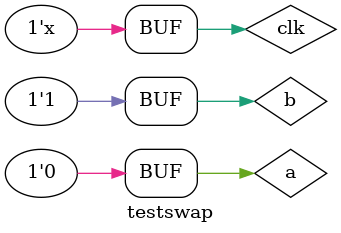
<source format=v>
`timescale 1ns / 1ps


module testswap;
reg clk,a,b;
wire aout,bout;

swap s(
   . clk(clk),
     .a(a),
    .b(b),
    .aout(aout),
    .bout(bout)
    );
 always 
 begin
 #5 clk=~clk;
 end   
 initial begin
 clk=0;
 a=1;
 b=0;
 #20 
 a=0;
 b=1;
 end   
endmodule

</source>
